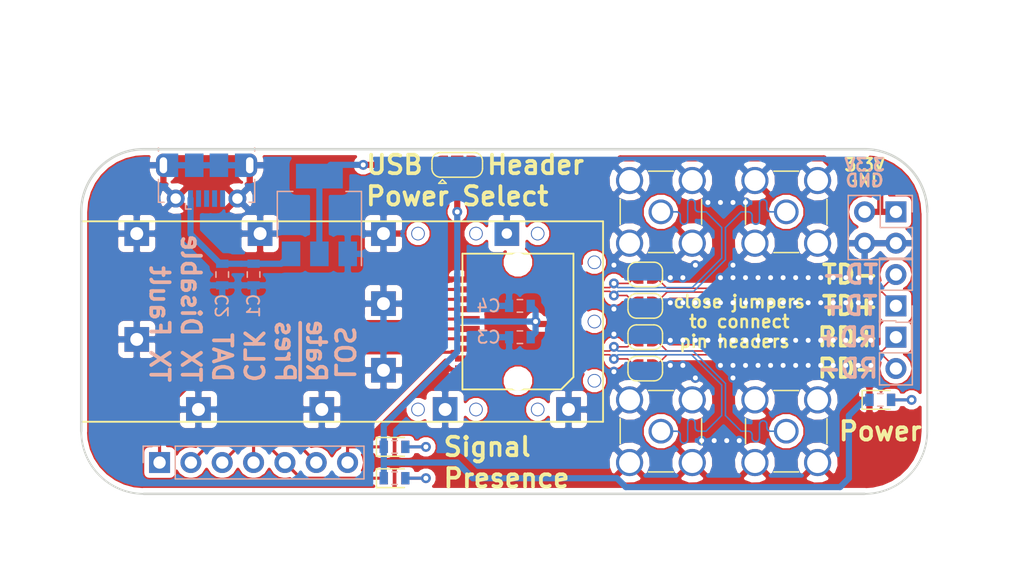
<source format=kicad_pcb>
(kicad_pcb (version 20171130) (host pcbnew "(5.0.0-rc2-dev-231-ge0e0687cd)")
  (layers (0 F.Cu signal) (31 B.Cu signal) (34 B.Paste user) (35 F.Paste user) (36 B.SilkS user) (37 F.SilkS user) (38 B.Mask user) (39 F.Mask user) (44 Edge.Cuts user))
  (net 0 "")
  (net 1 GND)
  (net 2 /RD-)
  (net 3 /RD+)
  (net 4 /TD+)
  (net 5 /TD-)
  (net 6 +3V3)
  (net 7 /TxFault)
  (net 8 /TxDisable)
  (net 9 /ID_Data)
  (net 10 /ID_Clock)
  (net 11 /~Presence)
  (net 12 /RateSelect)
  (net 13 /LOS)
  (net 14 /RD_DP-)
  (net 15 /RD_DP+)
  (net 16 /TD_DP+)
  (net 17 /TD_DP-)
  (net 18 "Net-(J10-Pad2)")
  (net 19 "Net-(J10-Pad4)")
  (net 20 "Net-(J10-Pad3)")
  (net 21 +5V)
  (net 22 /3.3USB)
  (net 23 /3.3Header)
  (net 24 "Net-(D1-Pad2)")
  (net 25 "Net-(D2-Pad2)")
  (net 26 "Net-(D3-Pad2)")
  (module LED_SMD:LED_0603_1608Metric (layer F.Cu) (at 153.67 95.25)
    (fp_text reference D3 hide)
    (fp_text value Power)
    (pad 2 smd rect (at 0.875 0) (size 0.67 1) (layers F.Cu F.Paste F.Mask) (net 26 "Net-(D3-Pad2)"))
    (pad 1 smd rect (at -0.875 0) (size 0.67 1) (layers F.Cu F.Paste F.Mask) (net 1 GND))
  )
  (module Resistor_SMD:R_0603_1608Metric (layer B.Cu) (at 153.67 95.25)
    (fp_text reference R3 hide)
    (fp_text value 1k)
    (pad 2 smd rect (at 0.875 0) (size 0.67 1) (layers B.Cu B.Paste B.Mask) (net 26 "Net-(D3-Pad2)"))
    (pad 1 smd rect (at -0.875 0) (size 0.67 1) (layers B.Cu B.Paste B.Mask) (net 6 +3V3))
  )
  (module LED_SMD:LED_0603_1608Metric (layer F.Cu) (at 114.3 99.06)
    (fp_text reference D2 hide)
    (fp_text value Signal)
    (pad 2 smd rect (at 0.875 0) (size 0.67 1) (layers F.Cu F.Paste F.Mask) (net 25 "Net-(D2-Pad2)"))
    (pad 1 smd rect (at -0.875 0) (size 0.67 1) (layers F.Cu F.Paste F.Mask) (net 13 /LOS))
  )
  (module LED_SMD:LED_0603_1608Metric (layer F.Cu) (at 114.3 101.6)
    (fp_text reference D1 hide)
    (fp_text value Presence)
    (pad 2 smd rect (at 0.875 0) (size 0.67 1) (layers F.Cu F.Paste F.Mask) (net 24 "Net-(D1-Pad2)"))
    (pad 1 smd rect (at -0.875 0) (size 0.67 1) (layers F.Cu F.Paste F.Mask) (net 11 /~Presence))
  )
  (module Resistor_SMD:R_0603_1608Metric (layer B.Cu) (at 114.3 99.06)
    (fp_text reference R2 hide)
    (fp_text value 1k)
    (pad 2 smd rect (at 0.875 0) (size 0.67 1) (layers B.Cu B.Paste B.Mask) (net 25 "Net-(D2-Pad2)"))
    (pad 1 smd rect (at -0.875 0) (size 0.67 1) (layers B.Cu B.Paste B.Mask) (net 6 +3V3))
  )
  (module Resistor_SMD:R_0603_1608Metric (layer B.Cu) (at 114.3 101.6)
    (fp_text reference R1 hide)
    (fp_text value 1k)
    (pad 2 smd rect (at 0.875 0) (size 0.67 1) (layers B.Cu B.Paste B.Mask) (net 24 "Net-(D1-Pad2)"))
    (pad 1 smd rect (at -0.875 0) (size 0.67 1) (layers B.Cu B.Paste B.Mask) (net 6 +3V3))
  )
  (module Package_TO_SOT_SMD:SOT-223-3_TabPin2 (layer B.Cu) (at 108.204 80.264 90)
    (fp_text reference U1 hide)
    (fp_text value AZ1117-3.3)
    (pad 1 smd rect (at -3.15 2.3 90) (size 2 1.5) (layers B.Cu B.Paste B.Mask) (net 1 GND))
    (pad 3 smd rect (at -3.15 -2.3 90) (size 2 1.5) (layers B.Cu B.Paste B.Mask) (net 21 +5V))
    (pad 2 smd rect (at -3.15 0 90) (size 2 1.5) (layers B.Cu B.Paste B.Mask) (net 22 /3.3USB))
    (pad 2 smd rect (at 3.15 0 90) (size 2 3.8) (layers B.Cu B.Paste B.Mask) (net 22 /3.3USB))
  )
  (module Jumper:SolderJumper-3_P1.3mm_Open_RoundedPad1.0x1.5mm (layer F.Cu) (at 119.38 76.2)
    (fp_text reference JP5 hide)
    (fp_text value +3.3V)
    (pad 3 smd rect (at 1 0) (size 0.5 1.5) (layers F.Cu F.Mask) (net 23 /3.3Header))
    (pad 3 smd roundrect (at 1.3 0) (size 1 1.5) (layers F.Cu F.Mask) (roundrect_rratio 0.5) (net 23 /3.3Header))
    (pad 2 smd rect (at 0 0) (size 1 1.5) (layers F.Cu F.Mask) (net 6 +3V3))
    (pad 1 smd rect (at -1 0) (size 0.5 1.5) (layers F.Cu F.Mask) (net 22 /3.3USB))
    (pad 1 smd roundrect (at -1.3 0) (size 1 1.5) (layers F.Cu F.Mask) (roundrect_rratio 0.5) (net 22 /3.3USB))
  )
  (module Capacitor_SMD:C_0603_1608Metric (layer B.Cu) (at 124.46 90.17 180)
    (fp_text reference C3 (at 2.54 0 180) (layer B.SilkS) (effects (justify mirror)))
    (fp_text value 1u)
    (pad 2 smd rect (at 0.875 0 180) (size 0.67 1) (layers B.Cu B.Paste B.Mask) (net 1 GND))
    (pad 1 smd rect (at -0.875 0 180) (size 0.67 1) (layers B.Cu B.Paste B.Mask) (net 6 +3V3))
  )
  (module Capacitor_SMD:C_0603_1608Metric (layer B.Cu) (at 124.46 87.63 180)
    (fp_text reference C4 (at 2.54 0 180) (layer B.SilkS) (effects (justify mirror)))
    (fp_text value 100n)
    (pad 2 smd rect (at 0.875 0 180) (size 0.67 1) (layers B.Cu B.Paste B.Mask) (net 1 GND))
    (pad 1 smd rect (at -0.875 0 180) (size 0.67 1) (layers B.Cu B.Paste B.Mask) (net 6 +3V3))
  )
  (module Connector_USB:USB_Micro-B_Molex-105017-0001 (layer B.Cu) (at 99.06 77.47)
    (fp_text reference J10 hide)
    (fp_text value USB_B_Micro)
    (pad 6 smd rect (at -2.9 -1.2375) (size 1.2 1.9) (layers B.Cu B.Mask) (net 1 GND))
    (pad 6 smd rect (at 2.9 -1.2375) (size 1.2 1.9) (layers B.Cu B.Mask) (net 1 GND))
    (pad 6 thru_hole oval (at 3.5 -1.2375) (size 1.2 1.9) (drill oval 0.6 1.3) (layers *.Cu *.Mask) (net 1 GND))
    (pad 6 thru_hole oval (at -3.5 -1.2375 180) (size 1.2 1.9) (drill oval 0.6 1.3) (layers *.Cu *.Mask) (net 1 GND))
    (pad 6 smd rect (at -1 -1.2375) (size 1.5 1.9) (layers B.Cu B.Paste B.Mask) (net 1 GND))
    (pad 6 thru_hole circle (at 2.5 1.4625) (size 1.45 1.45) (drill 0.85) (layers *.Cu *.Mask) (net 1 GND))
    (pad 3 smd rect (at 0 1.4625) (size 0.4 1.35) (layers B.Cu B.Paste B.Mask) (net 20 "Net-(J10-Pad3)"))
    (pad 4 smd rect (at 0.65 1.4625) (size 0.4 1.35) (layers B.Cu B.Paste B.Mask) (net 19 "Net-(J10-Pad4)"))
    (pad 5 smd rect (at 1.3 1.4625) (size 0.4 1.35) (layers B.Cu B.Paste B.Mask) (net 1 GND))
    (pad 1 smd rect (at -1.3 1.4625) (size 0.4 1.35) (layers B.Cu B.Paste B.Mask) (net 21 +5V))
    (pad 2 smd rect (at -0.65 1.4625) (size 0.4 1.35) (layers B.Cu B.Paste B.Mask) (net 18 "Net-(J10-Pad2)"))
    (pad 6 thru_hole circle (at -2.5 1.4625) (size 1.45 1.45) (drill 0.85) (layers *.Cu *.Mask) (net 1 GND))
    (pad 6 smd rect (at 1 -1.2375) (size 1.5 1.9) (layers B.Cu B.Paste B.Mask) (net 1 GND))
  )
  (module Capacitor_SMD:C_0603_1608Metric (layer B.Cu) (at 100.33 85.09 270)
    (fp_text reference C2 (at 2.54 0 270) (layer B.SilkS) (effects (justify mirror)))
    (fp_text value 100n)
    (pad 2 smd rect (at 0.875 0 270) (size 0.67 1) (layers B.Cu B.Paste B.Mask) (net 1 GND))
    (pad 1 smd rect (at -0.875 0 270) (size 0.67 1) (layers B.Cu B.Paste B.Mask) (net 21 +5V))
  )
  (module Capacitor_SMD:C_0603_1608Metric (layer B.Cu) (at 102.87 85.09 270)
    (fp_text reference C1 (at 2.54 0 270) (layer B.SilkS) (effects (justify mirror)))
    (fp_text value 1u)
    (pad 2 smd rect (at 0.875 0 270) (size 0.67 1) (layers B.Cu B.Paste B.Mask) (net 1 GND))
    (pad 1 smd rect (at -0.875 0 270) (size 0.67 1) (layers B.Cu B.Paste B.Mask) (net 21 +5V))
  )
  (module Connector_Coaxial:SMA_Jack_Vertical (layer F.Cu) (at 135.89 80.01)
    (fp_text reference J6 hide)
    (fp_text value Conn_Coaxial)
    (pad 1 thru_hole circle (at 0 0) (size 2 2) (drill 1.5) (layers *.Cu *.Mask) (net 5 /TD-))
    (pad 2 thru_hole circle (at 2.54 2.54) (size 2.2 2.2) (drill 1.7) (layers *.Cu *.Mask) (net 1 GND))
    (pad 2 thru_hole circle (at 2.54 -2.54) (size 2.2 2.2) (drill 1.7) (layers *.Cu *.Mask) (net 1 GND))
    (pad 2 thru_hole circle (at -2.54 -2.54) (size 2.2 2.2) (drill 1.7) (layers *.Cu *.Mask) (net 1 GND))
    (pad 2 thru_hole circle (at -2.54 2.54) (size 2.2 2.2) (drill 1.7) (layers *.Cu *.Mask) (net 1 GND))
  )
  (module Connector_Coaxial:SMA_Jack_Vertical (layer F.Cu) (at 146.05 80.01)
    (fp_text reference J5 hide)
    (fp_text value Conn_Coaxial)
    (pad 1 thru_hole circle (at 0 0) (size 2 2) (drill 1.5) (layers *.Cu *.Mask) (net 4 /TD+))
    (pad 2 thru_hole circle (at 2.54 2.54) (size 2.2 2.2) (drill 1.7) (layers *.Cu *.Mask) (net 1 GND))
    (pad 2 thru_hole circle (at 2.54 -2.54) (size 2.2 2.2) (drill 1.7) (layers *.Cu *.Mask) (net 1 GND))
    (pad 2 thru_hole circle (at -2.54 -2.54) (size 2.2 2.2) (drill 1.7) (layers *.Cu *.Mask) (net 1 GND))
    (pad 2 thru_hole circle (at -2.54 2.54) (size 2.2 2.2) (drill 1.7) (layers *.Cu *.Mask) (net 1 GND))
  )
  (module Connector_Coaxial:SMA_Jack_Vertical (layer F.Cu) (at 146.05 97.79)
    (fp_text reference J3 hide)
    (fp_text value Conn_Coaxial)
    (pad 1 thru_hole circle (at 0 0) (size 2 2) (drill 1.5) (layers *.Cu *.Mask) (net 3 /RD+))
    (pad 2 thru_hole circle (at 2.54 2.54) (size 2.2 2.2) (drill 1.7) (layers *.Cu *.Mask) (net 1 GND))
    (pad 2 thru_hole circle (at 2.54 -2.54) (size 2.2 2.2) (drill 1.7) (layers *.Cu *.Mask) (net 1 GND))
    (pad 2 thru_hole circle (at -2.54 -2.54) (size 2.2 2.2) (drill 1.7) (layers *.Cu *.Mask) (net 1 GND))
    (pad 2 thru_hole circle (at -2.54 2.54) (size 2.2 2.2) (drill 1.7) (layers *.Cu *.Mask) (net 1 GND))
  )
  (module Connector_Coaxial:SMA_Jack_Vertical (layer F.Cu) (at 135.89 97.79)
    (fp_text reference J2 hide)
    (fp_text value Conn_Coaxial)
    (pad 1 thru_hole circle (at 0 0) (size 2 2) (drill 1.5) (layers *.Cu *.Mask) (net 2 /RD-))
    (pad 2 thru_hole circle (at 2.54 2.54) (size 2.2 2.2) (drill 1.7) (layers *.Cu *.Mask) (net 1 GND))
    (pad 2 thru_hole circle (at 2.54 -2.54) (size 2.2 2.2) (drill 1.7) (layers *.Cu *.Mask) (net 1 GND))
    (pad 2 thru_hole circle (at -2.54 -2.54) (size 2.2 2.2) (drill 1.7) (layers *.Cu *.Mask) (net 1 GND))
    (pad 2 thru_hole circle (at -2.54 2.54) (size 2.2 2.2) (drill 1.7) (layers *.Cu *.Mask) (net 1 GND))
  )
  (module Connector_PinHeader_2.54mm:PinHeader_1x07_P2.54mm_Vertical (layer B.Cu) (at 95.25 100.33 270)
    (fp_text reference J9 hide)
    (fp_text value Conn_01x07 hide)
    (pad 7 thru_hole oval (at 0 -15.24 270) (size 1.7 1.7) (drill 1) (layers *.Cu *.Mask) (net 13 /LOS))
    (pad 6 thru_hole oval (at 0 -12.7 270) (size 1.7 1.7) (drill 1) (layers *.Cu *.Mask) (net 12 /RateSelect))
    (pad 5 thru_hole oval (at 0 -10.16 270) (size 1.7 1.7) (drill 1) (layers *.Cu *.Mask) (net 11 /~Presence))
    (pad 4 thru_hole oval (at 0 -7.62 270) (size 1.7 1.7) (drill 1) (layers *.Cu *.Mask) (net 10 /ID_Clock))
    (pad 3 thru_hole oval (at 0 -5.08 270) (size 1.7 1.7) (drill 1) (layers *.Cu *.Mask) (net 9 /ID_Data))
    (pad 2 thru_hole oval (at 0 -2.54 270) (size 1.7 1.7) (drill 1) (layers *.Cu *.Mask) (net 8 /TxDisable))
    (pad 1 thru_hole rect (at 0 0 270) (size 1.7 1.7) (drill 1) (layers *.Cu *.Mask) (net 7 /TxFault))
  )
  (module Jumper:SolderJumper-2_P1.3mm_Open_RoundedPad1.0x1.5mm (layer F.Cu) (at 134.62 85.09 180)
    (fp_text reference JP4 hide)
    (fp_text value TD-)
    (pad 2 smd rect (at 0.4 0 180) (size 0.5 1.5) (layers F.Cu F.Mask) (net 5 /TD-))
    (pad 1 smd rect (at -0.4 0 180) (size 0.5 1.5) (layers F.Cu F.Mask) (net 17 /TD_DP-))
    (pad 1 smd roundrect (at -0.65 0 180) (size 1 1.5) (layers F.Cu F.Mask) (roundrect_rratio 0.5) (net 17 /TD_DP-))
    (pad 2 smd roundrect (at 0.65 0 180) (size 1 1.5) (layers F.Cu F.Mask) (roundrect_rratio 0.5) (net 5 /TD-))
  )
  (module Jumper:SolderJumper-2_P1.3mm_Open_RoundedPad1.0x1.5mm (layer F.Cu) (at 134.62 87.63 180)
    (fp_text reference JP3 hide)
    (fp_text value TD+)
    (pad 2 smd rect (at 0.4 0 180) (size 0.5 1.5) (layers F.Cu F.Mask) (net 4 /TD+))
    (pad 1 smd rect (at -0.4 0 180) (size 0.5 1.5) (layers F.Cu F.Mask) (net 16 /TD_DP+))
    (pad 1 smd roundrect (at -0.65 0 180) (size 1 1.5) (layers F.Cu F.Mask) (roundrect_rratio 0.5) (net 16 /TD_DP+))
    (pad 2 smd roundrect (at 0.65 0 180) (size 1 1.5) (layers F.Cu F.Mask) (roundrect_rratio 0.5) (net 4 /TD+))
  )
  (module Jumper:SolderJumper-2_P1.3mm_Open_RoundedPad1.0x1.5mm (layer F.Cu) (at 134.62 90.17 180)
    (fp_text reference JP2 hide)
    (fp_text value RD+)
    (pad 2 smd rect (at 0.4 0 180) (size 0.5 1.5) (layers F.Cu F.Mask) (net 3 /RD+))
    (pad 1 smd rect (at -0.4 0 180) (size 0.5 1.5) (layers F.Cu F.Mask) (net 15 /RD_DP+))
    (pad 1 smd roundrect (at -0.65 0 180) (size 1 1.5) (layers F.Cu F.Mask) (roundrect_rratio 0.5) (net 15 /RD_DP+))
    (pad 2 smd roundrect (at 0.65 0 180) (size 1 1.5) (layers F.Cu F.Mask) (roundrect_rratio 0.5) (net 3 /RD+))
  )
  (module Jumper:SolderJumper-2_P1.3mm_Open_RoundedPad1.0x1.5mm (layer F.Cu) (at 134.62 92.71 180)
    (fp_text reference JP1 hide)
    (fp_text value RD-)
    (pad 2 smd rect (at 0.4 0 180) (size 0.5 1.5) (layers F.Cu F.Mask) (net 2 /RD-))
    (pad 1 smd rect (at -0.4 0 180) (size 0.5 1.5) (layers F.Cu F.Mask) (net 14 /RD_DP-))
    (pad 1 smd roundrect (at -0.65 0 180) (size 1 1.5) (layers F.Cu F.Mask) (roundrect_rratio 0.5) (net 14 /RD_DP-))
    (pad 2 smd roundrect (at 0.65 0 180) (size 1 1.5) (layers F.Cu F.Mask) (roundrect_rratio 0.5) (net 2 /RD-))
  )
  (module Connector_PinHeader_2.54mm:PinHeader_2x02_P2.54mm_Vertical (layer B.Cu) (at 154.94 80.01 180)
    (fp_text reference J8 hide)
    (fp_text value Conn_02x02_Counter_Clockwise hide)
    (pad 4 thru_hole oval (at 2.54 -2.54 180) (size 1.7 1.7) (drill 1) (layers *.Cu *.Mask) (net 1 GND))
    (pad 3 thru_hole oval (at 0 -2.54 180) (size 1.7 1.7) (drill 1) (layers *.Cu *.Mask) (net 1 GND))
    (pad 2 thru_hole oval (at 2.54 0 180) (size 1.7 1.7) (drill 1) (layers *.Cu *.Mask) (net 23 /3.3Header))
    (pad 1 thru_hole rect (at 0 0 180) (size 1.7 1.7) (drill 1) (layers *.Cu *.Mask) (net 23 /3.3Header))
  )
  (module "Connector:Amphenol SFP" (layer F.Cu) (at 88.9 88.9)
    (fp_text reference J1 hide)
    (fp_text value SFP)
    (pad SHIELD thru_hole rect (at 4.5 1.45) (size 2 2) (drill 1.05) (layers *.Cu *.Mask) (net 1 GND))
    (pad SHIELD thru_hole rect (at 9.5 7.13) (size 2 2) (drill 1.05) (layers *.Cu *.Mask) (net 1 GND))
    (pad SHIELD thru_hole rect (at 19.5 7.13) (size 2 2) (drill 1.05) (layers *.Cu *.Mask) (net 1 GND))
    (pad SHIELD thru_hole rect (at 4.5 -7.13) (size 2 2) (drill 1.05) (layers *.Cu *.Mask) (net 1 GND))
    (pad SHIELD thru_hole rect (at 14.5 -7.13) (size 2 2) (drill 1.05) (layers *.Cu *.Mask) (net 1 GND))
    (pad SHIELD thru_hole rect (at 24.5 3.95) (size 2 2) (drill 1.05) (layers *.Cu *.Mask) (net 1 GND))
    (pad SHIELD thru_hole rect (at 24.5 -1.45) (size 2 2) (drill 1.05) (layers *.Cu *.Mask) (net 1 GND))
    (pad SHIELD thru_hole rect (at 24.5 -7.13) (size 2 2) (drill 1.05) (layers *.Cu *.Mask) (net 1 GND))
    (pad "" np_thru_hole circle (at 27.3 7.13) (size 1.1 1.1) (drill 0.95) (layers *.Cu *.Mask))
    (pad "" np_thru_hole circle (at 32 7.13) (size 1.1 1.1) (drill 0.95) (layers *.Cu *.Mask))
    (pad SHIELD thru_hole rect (at 29.5 7.13) (size 2 2) (drill 1.05) (layers *.Cu *.Mask) (net 1 GND))
    (pad SHIELD thru_hole rect (at 39.5 7.13) (size 2 2) (drill 1.05) (layers *.Cu *.Mask) (net 1 GND))
    (pad "" np_thru_hole circle (at 37 7.13) (size 1.1 1.1) (drill 0.95) (layers *.Cu *.Mask))
    (pad "" np_thru_hole circle (at 41.6 4.8) (size 1.1 1.1) (drill 0.95) (layers *.Cu *.Mask))
    (pad "" np_thru_hole circle (at 41.6 0) (size 1.1 1.1) (drill 0.95) (layers *.Cu *.Mask))
    (pad "" np_thru_hole circle (at 41.6 -4.8) (size 1.1 1.1) (drill 0.95) (layers *.Cu *.Mask))
    (pad "" np_thru_hole circle (at 27.3 -7.13) (size 1.1 1.1) (drill 0.95) (layers *.Cu *.Mask))
    (pad "" np_thru_hole circle (at 37 -7.13) (size 1.1 1.1) (drill 0.95) (layers *.Cu *.Mask))
    (pad "" np_thru_hole circle (at 32 -7.13) (size 1.1 1.1) (drill 0.95) (layers *.Cu *.Mask))
    (pad 10 smd rect (at 31.3 3.8) (size 2 0.5) (layers F.Cu F.Paste F.Mask) (net 1 GND))
    (pad 9 smd rect (at 31.3 3) (size 2 0.5) (layers F.Cu F.Paste F.Mask) (net 1 GND))
    (pad 8 smd rect (at 31.3 2.2) (size 2 0.5) (layers F.Cu F.Paste F.Mask) (net 13 /LOS))
    (pad 7 smd rect (at 31.3 1.4) (size 2 0.5) (layers F.Cu F.Paste F.Mask) (net 12 /RateSelect))
    (pad 6 smd rect (at 31.3 0.6) (size 2 0.5) (layers F.Cu F.Paste F.Mask) (net 11 /~Presence))
    (pad 5 smd rect (at 31.3 -0.2) (size 2 0.5) (layers F.Cu F.Paste F.Mask) (net 10 /ID_Clock))
    (pad 4 smd rect (at 31.3 -1) (size 2 0.5) (layers F.Cu F.Paste F.Mask) (net 9 /ID_Data))
    (pad 3 smd rect (at 31.3 -1.8) (size 2 0.5) (layers F.Cu F.Paste F.Mask) (net 8 /TxDisable))
    (pad 2 smd rect (at 31.3 -2.6) (size 2 0.5) (layers F.Cu F.Paste F.Mask) (net 7 /TxFault))
    (pad 20 smd rect (at 39.5 -3.8) (size 2 0.5) (layers F.Cu F.Paste F.Mask) (net 1 GND))
    (pad 19 smd rect (at 39.5 -3) (size 2 0.5) (layers F.Cu F.Paste F.Mask) (net 5 /TD-))
    (pad 18 smd rect (at 39.5 -2.2) (size 2 0.5) (layers F.Cu F.Paste F.Mask) (net 4 /TD+))
    (pad 17 smd rect (at 39.5 -1.4) (size 2 0.5) (layers F.Cu F.Paste F.Mask) (net 1 GND))
    (pad 16 smd rect (at 39.5 -0.6) (size 2 0.5) (layers F.Cu F.Paste F.Mask) (net 6 +3V3))
    (pad 15 smd rect (at 39.5 0.2) (size 2 0.5) (layers F.Cu F.Paste F.Mask) (net 6 +3V3))
    (pad 14 smd rect (at 39.5 1) (size 2 0.5) (layers F.Cu F.Paste F.Mask) (net 1 GND))
    (pad 13 smd rect (at 39.5 1.8) (size 2 0.5) (layers F.Cu F.Paste F.Mask) (net 3 /RD+))
    (pad 12 smd rect (at 39.5 2.6) (size 2 0.5) (layers F.Cu F.Paste F.Mask) (net 2 /RD-))
    (pad SHIELD thru_hole rect (at 34.5 -7.13) (size 2 2) (drill 0.85) (layers *.Cu *.Mask) (net 1 GND))
    (pad 11 smd rect (at 39.5 3.4) (size 2 0.5) (layers F.Cu F.Paste F.Mask) (net 1 GND))
    (pad "" np_thru_hole circle (at 35.4 -4.8) (size 1.55 1.55) (drill 1.55) (layers *.Cu *.Mask))
    (pad "" np_thru_hole circle (at 35.4 4.8) (size 1.55 1.55) (drill 1.55) (layers *.Cu *.Mask))
    (pad 1 smd rect (at 31.3 -3.4) (size 2 0.5) (layers F.Cu F.Paste F.Mask) (net 1 GND))
  )
  (module Connector_PinHeader_2.54mm:PinHeader_2x01_P2.54mm_Vertical (layer B.Cu) (at 154.94 90.17 270)
    (fp_text reference J4 hide)
    (fp_text value Conn_01x02 hide)
    (pad 2 thru_hole oval (at 2.54 0 270) (size 1.7 1.7) (drill 1) (layers *.Cu *.Mask) (net 14 /RD_DP-))
    (pad 1 thru_hole rect (at 0 0 270) (size 1.7 1.7) (drill 1) (layers *.Cu *.Mask) (net 15 /RD_DP+))
  )
  (module Connector_PinHeader_2.54mm:PinHeader_2x01_P2.54mm_Vertical (layer B.Cu) (at 154.94 87.63 90)
    (fp_text reference J7 hide)
    (fp_text value Conn_01x02 hide)
    (pad 2 thru_hole oval (at 2.54 0 90) (size 1.7 1.7) (drill 1) (layers *.Cu *.Mask) (net 17 /TD_DP-))
    (pad 1 thru_hole rect (at 0 0 90) (size 1.7 1.7) (drill 1) (layers *.Cu *.Mask) (net 16 /TD_DP+))
  )
  (gr_text Power (at 153.67 97.79) (layer F.SilkS) (effects (font (size 1.5 1.5) (thickness 0.3))))
  (gr_text Signal (at 118.11 99.06) (layer F.SilkS) (effects (font (size 1.5 1.5) (thickness 0.3)) (justify left)))
  (gr_text Presence (at 118.11 101.6) (layer F.SilkS) (effects (font (size 1.5 1.5) (thickness 0.3)) (justify left)))
  (gr_text Header (at 125.73 76.2) (layer F.SilkS) (effects (font (size 1.5 1.5) (thickness 0.3))))
  (gr_text USB (at 114.3 76.2) (layer F.SilkS) (effects (font (size 1.5 1.5) (thickness 0.3))))
  (gr_text "Power Select" (at 119.38 78.74) (layer F.SilkS) (effects (font (size 1.5 1.5) (thickness 0.3))))
  (gr_text "close jumpers\nto connect\npin headers " (at 142.24 88.9) (layer F.SilkS) (effects (font (size 1 1) (thickness 0.2))))
  (gr_text GND (at 152.4 77.47) (layer B.SilkS) (effects (font (size 1 1) (thickness 0.2)) (justify mirror)))
  (gr_text 3.3V (at 152.4 76.2) (layer B.SilkS) (effects (font (size 1 1) (thickness 0.2)) (justify mirror)))
  (gr_text TD- (at 153.67 85.09) (layer B.SilkS) (effects (font (size 1.5 1.5) (thickness 0.3)) (justify left mirror)))
  (gr_text RD+ (at 153.61 90.17) (layer B.SilkS) (effects (font (size 1.5 1.5) (thickness 0.3)) (justify left mirror)))
  (gr_text RD- (at 153.67 92.71) (layer B.SilkS) (effects (font (size 1.5 1.5) (thickness 0.3)) (justify left mirror)))
  (gr_text TD+ (at 153.61 87.63) (layer B.SilkS) (effects (font (size 1.5 1.5) (thickness 0.3)) (justify left mirror)))
  (gr_text TD+ (at 153.67 87.63) (layer F.SilkS) (effects (font (size 1.5 1.5) (thickness 0.3)) (justify right)))
  (gr_text TD- (at 153.67 85.09) (layer F.SilkS) (effects (font (size 1.5 1.5) (thickness 0.3)) (justify right)))
  (gr_text RD+ (at 153.67 90.17) (layer F.SilkS) (effects (font (size 1.5 1.5) (thickness 0.3)) (justify right)))
  (gr_text RD- (at 153.67 92.71) (layer F.SilkS) (effects (font (size 1.5 1.5) (thickness 0.3)) (justify right)))
  (gr_text 3.3V (at 152.4 76.2) (layer F.SilkS) (effects (font (size 1 1) (thickness 0.2))))
  (gr_text GND (at 152.4 77.47) (layer F.SilkS) (effects (font (size 1 1) (thickness 0.2))))
  (gr_text CLK (at 102.87 93.98 270) (layer B.SilkS) (effects (font (size 1.5 1.5) (thickness 0.3)) (justify left mirror)))
  (gr_text "TX Fault" (at 95.25 93.979999 270) (layer B.SilkS) (effects (font (size 1.5 1.5) (thickness 0.3)) (justify left mirror)))
  (gr_text ~Pres (at 105.41 93.979999 270) (layer B.SilkS) (effects (font (size 1.5 1.5) (thickness 0.3)) (justify left mirror)))
  (gr_text DAT (at 100.33 93.98 270) (layer B.SilkS) (effects (font (size 1.5 1.5) (thickness 0.3)) (justify left mirror)))
  (gr_text "TX Disable" (at 97.79 93.98 270) (layer B.SilkS) (effects (font (size 1.5 1.5) (thickness 0.3)) (justify left mirror)))
  (gr_text Rate (at 107.949999 93.98 270) (layer B.SilkS) (effects (font (size 1.5 1.5) (thickness 0.3)) (justify left mirror)))
  (gr_text LOS (at 110.236 93.726 270) (layer B.SilkS) (effects (font (size 1.5 1.5) (thickness 0.3)) (justify left mirror)))
  (gr_line (start 93.98 102.87) (end 152.4 102.87) (layer Edge.Cuts) (width 0.2))
  (gr_line (start 88.9 80.01) (end 88.9 97.79) (layer Edge.Cuts) (width 0.2))
  (gr_line (start 93.98 74.93) (end 152.4 74.93) (layer Edge.Cuts) (width 0.2))
  (gr_arc (start 93.98 80.01) (end 93.98 74.930001) (angle -90) (layer Edge.Cuts) (width 0.2))
  (gr_arc (start 93.98 97.79) (end 88.900001 97.79) (angle -90) (layer Edge.Cuts) (width 0.15))
  (gr_arc (start 152.4 97.79) (end 152.4 102.87) (angle -90) (layer Edge.Cuts) (width 0.15))
  (gr_line (start 157.48 80.01) (end 157.48 97.79) (layer Edge.Cuts) (width 0.15))
  (gr_arc (start 152.4 80.01) (end 157.48 80.01) (angle -90) (layer Edge.Cuts) (width 0.2))
  (via (at 132.08 84.328) (size 0.8) (drill 0.4) (layers F.Cu B.Cu) (net 1))
  (via (at 132.08 87.884) (size 0.8) (drill 0.4) (layers F.Cu B.Cu) (net 1))
  (via (at 132.08 92.964) (size 0.8) (drill 0.4) (layers F.Cu B.Cu) (net 1))
  (via (at 132.08 89.916) (size 0.8) (drill 0.4) (layers F.Cu B.Cu) (net 1))
  (via (at 152.908 85.344) (size 0.8) (drill 0.4) (layers F.Cu B.Cu) (net 1))
  (via (at 151.892 85.344) (size 0.8) (drill 0.4) (layers F.Cu B.Cu) (net 1))
  (via (at 152.908 87.376) (size 0.8) (drill 0.4) (layers F.Cu B.Cu) (net 1))
  (via (at 151.892 87.376) (size 0.8) (drill 0.4) (layers F.Cu B.Cu) (net 1))
  (via (at 141.732 84.328) (size 0.8) (drill 0.4) (layers F.Cu B.Cu) (net 1))
  (via (at 138.684 84.328) (size 0.8) (drill 0.4) (layers F.Cu B.Cu) (net 1))
  (via (at 137.668 85.344) (size 0.8) (drill 0.4) (layers F.Cu B.Cu) (net 1))
  (via (at 139.7 79.248) (size 0.8) (drill 0.4) (layers F.Cu B.Cu) (net 1))
  (via (at 140.716 79.248) (size 0.8) (drill 0.4) (layers F.Cu B.Cu) (net 1))
  (via (at 141.732 79.248) (size 0.8) (drill 0.4) (layers F.Cu B.Cu) (net 1))
  (via (at 142.748 79.248) (size 0.8) (drill 0.4) (layers F.Cu B.Cu) (net 1))
  (via (at 136.652 90.424) (size 0.8) (drill 0.4) (layers F.Cu B.Cu) (net 1))
  (via (at 137.668 90.424) (size 0.8) (drill 0.4) (layers F.Cu B.Cu) (net 1))
  (via (at 142.24 98.552) (size 0.8) (drill 0.4) (layers F.Cu B.Cu) (net 1))
  (via (at 141.224 98.552) (size 0.8) (drill 0.4) (layers F.Cu B.Cu) (net 1))
  (via (at 140.208 98.552) (size 0.8) (drill 0.4) (layers F.Cu B.Cu) (net 1))
  (via (at 139.192 98.552) (size 0.8) (drill 0.4) (layers F.Cu B.Cu) (net 1))
  (via (at 141.732 93.472) (size 0.8) (drill 0.4) (layers F.Cu B.Cu) (net 1))
  (via (at 136.652 92.456) (size 0.8) (drill 0.4) (layers F.Cu B.Cu) (net 1))
  (via (at 137.668 92.456) (size 0.8) (drill 0.4) (layers F.Cu B.Cu) (net 1))
  (via (at 138.684 93.472) (size 0.8) (drill 0.4) (layers F.Cu B.Cu) (net 1))
  (via (at 140.716 92.456) (size 0.8) (drill 0.4) (layers F.Cu B.Cu) (net 1))
  (via (at 141.732 92.456) (size 0.8) (drill 0.4) (layers F.Cu B.Cu) (net 1))
  (via (at 142.748 92.456) (size 0.8) (drill 0.4) (layers F.Cu B.Cu) (net 1))
  (via (at 143.764 92.456) (size 0.8) (drill 0.4) (layers F.Cu B.Cu) (net 1))
  (via (at 144.78 92.456) (size 0.8) (drill 0.4) (layers F.Cu B.Cu) (net 1))
  (via (at 145.796 92.456) (size 0.8) (drill 0.4) (layers F.Cu B.Cu) (net 1))
  (via (at 146.812 92.456) (size 0.8) (drill 0.4) (layers F.Cu B.Cu) (net 1))
  (via (at 147.828 92.456) (size 0.8) (drill 0.4) (layers F.Cu B.Cu) (net 1))
  (via (at 148.844 92.456) (size 0.8) (drill 0.4) (layers F.Cu B.Cu) (net 1))
  (via (at 149.86 92.456) (size 0.8) (drill 0.4) (layers F.Cu B.Cu) (net 1))
  (via (at 138.684 90.424) (size 0.8) (drill 0.4) (layers F.Cu B.Cu) (net 1))
  (via (at 139.7 90.424) (size 0.8) (drill 0.4) (layers F.Cu B.Cu) (net 1))
  (via (at 140.716 90.424) (size 0.8) (drill 0.4) (layers F.Cu B.Cu) (net 1))
  (via (at 141.732 90.424) (size 0.8) (drill 0.4) (layers F.Cu B.Cu) (net 1))
  (via (at 142.748 90.424) (size 0.8) (drill 0.4) (layers F.Cu B.Cu) (net 1))
  (via (at 143.764 90.424) (size 0.8) (drill 0.4) (layers F.Cu B.Cu) (net 1))
  (via (at 144.78 90.424) (size 0.8) (drill 0.4) (layers F.Cu B.Cu) (net 1))
  (via (at 145.796 90.424) (size 0.8) (drill 0.4) (layers F.Cu B.Cu) (net 1))
  (via (at 146.812 90.424) (size 0.8) (drill 0.4) (layers F.Cu B.Cu) (net 1))
  (via (at 147.828 90.424) (size 0.8) (drill 0.4) (layers F.Cu B.Cu) (net 1))
  (via (at 148.844 90.424) (size 0.8) (drill 0.4) (layers F.Cu B.Cu) (net 1))
  (via (at 149.86 90.424) (size 0.8) (drill 0.4) (layers F.Cu B.Cu) (net 1))
  (via (at 152.908 90.424) (size 0.8) (drill 0.4) (layers F.Cu B.Cu) (net 1))
  (via (at 151.892 90.424) (size 0.8) (drill 0.4) (layers F.Cu B.Cu) (net 1))
  (via (at 152.908 92.456) (size 0.8) (drill 0.4) (layers F.Cu B.Cu) (net 1))
  (via (at 151.892 92.456) (size 0.8) (drill 0.4) (layers F.Cu B.Cu) (net 1))
  (via (at 150.876 92.456) (size 0.8) (drill 0.4) (layers F.Cu B.Cu) (net 1))
  (via (at 150.876 90.423998) (size 0.8) (drill 0.4) (layers F.Cu B.Cu) (net 1))
  (via (at 140.716 85.344) (size 0.8) (drill 0.4) (layers F.Cu B.Cu) (net 1))
  (via (at 141.732 85.344) (size 0.8) (drill 0.4) (layers F.Cu B.Cu) (net 1))
  (via (at 142.748 85.344) (size 0.8) (drill 0.4) (layers F.Cu B.Cu) (net 1))
  (via (at 143.764 85.344) (size 0.8) (drill 0.4) (layers F.Cu B.Cu) (net 1))
  (via (at 144.78 85.344) (size 0.8) (drill 0.4) (layers F.Cu B.Cu) (net 1))
  (via (at 145.796 85.344) (size 0.8) (drill 0.4) (layers F.Cu B.Cu) (net 1))
  (via (at 146.812 85.344) (size 0.8) (drill 0.4) (layers F.Cu B.Cu) (net 1))
  (via (at 147.828 85.344) (size 0.8) (drill 0.4) (layers F.Cu B.Cu) (net 1))
  (via (at 148.844 85.344) (size 0.8) (drill 0.4) (layers F.Cu B.Cu) (net 1))
  (via (at 149.86 85.344) (size 0.8) (drill 0.4) (layers F.Cu B.Cu) (net 1))
  (via (at 150.876 85.344) (size 0.8) (drill 0.4) (layers F.Cu B.Cu) (net 1))
  (via (at 150.876 87.376) (size 0.8) (drill 0.4) (layers F.Cu B.Cu) (net 1))
  (via (at 149.86 87.376) (size 0.8) (drill 0.4) (layers F.Cu B.Cu) (net 1))
  (via (at 148.844 87.376) (size 0.8) (drill 0.4) (layers F.Cu B.Cu) (net 1))
  (via (at 147.828 87.376) (size 0.8) (drill 0.4) (layers F.Cu B.Cu) (net 1))
  (via (at 146.812 87.376) (size 0.8) (drill 0.4) (layers F.Cu B.Cu) (net 1))
  (via (at 145.796 87.376) (size 0.8) (drill 0.4) (layers F.Cu B.Cu) (net 1))
  (via (at 144.78 87.376) (size 0.8) (drill 0.4) (layers F.Cu B.Cu) (net 1))
  (via (at 143.764 87.376) (size 0.8) (drill 0.4) (layers F.Cu B.Cu) (net 1))
  (via (at 142.748 87.376) (size 0.8) (drill 0.4) (layers F.Cu B.Cu) (net 1))
  (via (at 141.732 87.376) (size 0.8) (drill 0.4) (layers F.Cu B.Cu) (net 1))
  (via (at 140.716 87.376) (size 0.8) (drill 0.4) (layers F.Cu B.Cu) (net 1))
  (via (at 139.7 87.376) (size 0.8) (drill 0.4) (layers F.Cu B.Cu) (net 1))
  (via (at 138.684 87.376) (size 0.8) (drill 0.4) (layers F.Cu B.Cu) (net 1))
  (via (at 137.668 87.376) (size 0.8) (drill 0.4) (layers F.Cu B.Cu) (net 1))
  (via (at 136.652 87.376) (size 0.8) (drill 0.4) (layers F.Cu B.Cu) (net 1))
  (via (at 136.652 85.344) (size 0.8) (drill 0.4) (layers F.Cu B.Cu) (net 1))
  (segment (start 120.2 91.9) (end 120.2 92.7) (width 0.25) (layer F.Cu) (net 1))
  (segment (start 132.08 91.93) (end 133.19 91.93) (width 0.125) (layer F.Cu) (net 2))
  (segment (start 133.19 91.93) (end 133.97 92.71) (width 0.125) (layer F.Cu) (net 2))
  (segment (start 138.547046 96.882301) (end 138.594549 96.929804) (width 0.125) (layer B.Cu) (net 2))
  (segment (start 132.4175 91.5925) (end 132.08 91.93) (width 0.125) (layer B.Cu) (net 2))
  (segment (start 138.426756 96.824372) (end 138.490165 96.84656) (width 0.125) (layer B.Cu) (net 2))
  (segment (start 138.36 96.81685) (end 138.426756 96.824372) (width 0.125) (layer B.Cu) (net 2))
  (segment (start 138.293243 96.824372) (end 138.36 96.81685) (width 0.125) (layer B.Cu) (net 2))
  (segment (start 138.067521 97.050094) (end 138.089709 96.986685) (width 0.125) (layer B.Cu) (net 2))
  (segment (start 138.667521 97.556757) (end 138.689709 97.620166) (width 0.125) (layer B.Cu) (net 2))
  (segment (start 138.229834 96.84656) (end 138.293243 96.824372) (width 0.125) (layer B.Cu) (net 2))
  (segment (start 138.63029 96.986685) (end 138.652478 97.050094) (width 0.125) (layer B.Cu) (net 2))
  (segment (start 138.06 97.11685) (end 138.067521 97.050094) (width 0.125) (layer B.Cu) (net 2))
  (segment (start 138.06 98.46315) (end 138.06 97.11685) (width 0.125) (layer B.Cu) (net 2))
  (segment (start 138.594549 96.929804) (end 138.63029 96.986685) (width 0.125) (layer B.Cu) (net 2))
  (segment (start 140.8175 94.043168) (end 138.366832 91.5925) (width 0.125) (layer B.Cu) (net 2))
  (segment (start 138.052478 98.529906) (end 138.06 98.46315) (width 0.125) (layer B.Cu) (net 2))
  (segment (start 137.52545 98.650196) (end 137.572953 98.697699) (width 0.125) (layer B.Cu) (net 2))
  (segment (start 138.490165 96.84656) (end 138.547046 96.882301) (width 0.125) (layer B.Cu) (net 2))
  (segment (start 138.689709 97.620166) (end 138.72545 97.677047) (width 0.125) (layer B.Cu) (net 2))
  (segment (start 137.994549 98.650196) (end 138.03029 98.593315) (width 0.125) (layer B.Cu) (net 2))
  (segment (start 137.947046 98.697699) (end 137.994549 98.650196) (width 0.125) (layer B.Cu) (net 2))
  (segment (start 137.826756 98.755628) (end 137.890165 98.73344) (width 0.125) (layer B.Cu) (net 2))
  (segment (start 137.290165 97.819709) (end 137.347046 97.85545) (width 0.125) (layer B.Cu) (net 2))
  (segment (start 137.46 98.46315) (end 137.467521 98.529906) (width 0.125) (layer B.Cu) (net 2))
  (segment (start 137.226756 97.797521) (end 137.290165 97.819709) (width 0.125) (layer B.Cu) (net 2))
  (segment (start 138.03029 98.593315) (end 138.052478 98.529906) (width 0.125) (layer B.Cu) (net 2))
  (segment (start 135.89 97.79) (end 137.16 97.79) (width 0.125) (layer B.Cu) (net 2))
  (segment (start 137.890165 98.73344) (end 137.947046 98.697699) (width 0.125) (layer B.Cu) (net 2))
  (segment (start 137.76 98.76315) (end 137.826756 98.755628) (width 0.125) (layer B.Cu) (net 2))
  (segment (start 138.172953 96.882301) (end 138.229834 96.84656) (width 0.125) (layer B.Cu) (net 2))
  (segment (start 138.12545 96.929804) (end 138.172953 96.882301) (width 0.125) (layer B.Cu) (net 2))
  (segment (start 137.46 98.09) (end 137.46 98.46315) (width 0.125) (layer B.Cu) (net 2))
  (segment (start 137.16 97.79) (end 137.226756 97.797521) (width 0.125) (layer B.Cu) (net 2))
  (segment (start 137.452478 98.023243) (end 137.46 98.09) (width 0.125) (layer B.Cu) (net 2))
  (segment (start 137.467521 98.529906) (end 137.489709 98.593315) (width 0.125) (layer B.Cu) (net 2))
  (segment (start 138.96 97.79) (end 139.5475 97.79) (width 0.125) (layer B.Cu) (net 2))
  (segment (start 137.43029 97.959834) (end 137.452478 98.023243) (width 0.125) (layer B.Cu) (net 2))
  (segment (start 137.347046 97.85545) (end 137.394549 97.902953) (width 0.125) (layer B.Cu) (net 2))
  (segment (start 137.629834 98.73344) (end 137.693243 98.755628) (width 0.125) (layer B.Cu) (net 2))
  (segment (start 138.089709 96.986685) (end 138.12545 96.929804) (width 0.125) (layer B.Cu) (net 2))
  (segment (start 137.394549 97.902953) (end 137.43029 97.959834) (width 0.125) (layer B.Cu) (net 2))
  (segment (start 137.489709 98.593315) (end 137.52545 98.650196) (width 0.125) (layer B.Cu) (net 2))
  (segment (start 138.893243 97.782479) (end 138.96 97.79) (width 0.125) (layer B.Cu) (net 2))
  (segment (start 137.572953 98.697699) (end 137.629834 98.73344) (width 0.125) (layer B.Cu) (net 2))
  (segment (start 137.693243 98.755628) (end 137.76 98.76315) (width 0.125) (layer B.Cu) (net 2))
  (segment (start 138.652478 97.050094) (end 138.66 97.11685) (width 0.125) (layer B.Cu) (net 2))
  (segment (start 138.66 97.11685) (end 138.66 97.49) (width 0.125) (layer B.Cu) (net 2))
  (segment (start 138.66 97.49) (end 138.667521 97.556757) (width 0.125) (layer B.Cu) (net 2))
  (segment (start 138.72545 97.677047) (end 138.772953 97.72455) (width 0.125) (layer B.Cu) (net 2))
  (segment (start 138.772953 97.72455) (end 138.829834 97.760291) (width 0.125) (layer B.Cu) (net 2))
  (segment (start 138.829834 97.760291) (end 138.893243 97.782479) (width 0.125) (layer B.Cu) (net 2))
  (segment (start 139.5475 97.79) (end 140.8175 96.52) (width 0.125) (layer B.Cu) (net 2))
  (segment (start 140.8175 96.52) (end 140.8175 94.043168) (width 0.125) (layer B.Cu) (net 2))
  (segment (start 138.366832 91.5925) (end 132.4175 91.5925) (width 0.125) (layer B.Cu) (net 2))
  (segment (start 131.7425 91.5925) (end 132.08 91.93) (width 0.125) (layer F.Cu) (net 2))
  (segment (start 130.660832 91.2525) (end 131.000832 91.5925) (width 0.125) (layer F.Cu) (net 2))
  (segment (start 131.000832 91.5925) (end 131.7425 91.5925) (width 0.125) (layer F.Cu) (net 2))
  (via (at 132.08 91.93) (size 0.8) (drill 0.4) (layers F.Cu B.Cu) (net 2))
  (segment (start 129.900001 91.5) (end 130.147501 91.2525) (width 0.125) (layer F.Cu) (net 2))
  (segment (start 128.4 91.5) (end 129.900001 91.5) (width 0.125) (layer F.Cu) (net 2))
  (segment (start 130.147501 91.2525) (end 130.660832 91.2525) (width 0.125) (layer F.Cu) (net 2))
  (segment (start 132.08 90.95) (end 133.19 90.95) (width 0.125) (layer F.Cu) (net 3))
  (segment (start 133.19 90.95) (end 133.97 90.17) (width 0.125) (layer F.Cu) (net 3))
  (segment (start 143.392953 98.571365) (end 143.34545 98.523862) (width 0.125) (layer B.Cu) (net 3))
  (segment (start 143.449834 98.607106) (end 143.392953 98.571365) (width 0.125) (layer B.Cu) (net 3))
  (segment (start 143.58 98.636815) (end 143.513243 98.629294) (width 0.125) (layer B.Cu) (net 3))
  (segment (start 144.45029 97.113019) (end 144.414549 97.056138) (width 0.125) (layer B.Cu) (net 3))
  (segment (start 143.710165 98.607106) (end 143.646756 98.629294) (width 0.125) (layer B.Cu) (net 3))
  (segment (start 143.767046 98.571365) (end 143.710165 98.607106) (width 0.125) (layer B.Cu) (net 3))
  (segment (start 143.814549 98.523862) (end 143.767046 98.571365) (width 0.125) (layer B.Cu) (net 3))
  (segment (start 143.85029 98.466981) (end 143.814549 98.523862) (width 0.125) (layer B.Cu) (net 3))
  (segment (start 143.513243 98.629294) (end 143.449834 98.607106) (width 0.125) (layer B.Cu) (net 3))
  (segment (start 144.54545 97.677046) (end 144.509709 97.620165) (width 0.125) (layer B.Cu) (net 3))
  (segment (start 144.592953 97.724549) (end 144.54545 97.677046) (width 0.125) (layer B.Cu) (net 3))
  (segment (start 143.88 97.243185) (end 143.88 98.336815) (width 0.125) (layer B.Cu) (net 3))
  (segment (start 143.887521 97.176428) (end 143.88 97.243185) (width 0.125) (layer B.Cu) (net 3))
  (segment (start 143.94545 97.056138) (end 143.909709 97.113019) (width 0.125) (layer B.Cu) (net 3))
  (segment (start 141.1225 93.916832) (end 138.493168 91.2875) (width 0.125) (layer B.Cu) (net 3))
  (segment (start 143.646756 98.629294) (end 143.58 98.636815) (width 0.125) (layer B.Cu) (net 3))
  (segment (start 143.909709 97.113019) (end 143.887521 97.176428) (width 0.125) (layer B.Cu) (net 3))
  (segment (start 143.88 98.336815) (end 143.872478 98.403572) (width 0.125) (layer B.Cu) (net 3))
  (segment (start 144.049834 96.972894) (end 143.992953 97.008635) (width 0.125) (layer B.Cu) (net 3))
  (segment (start 144.113243 96.950706) (end 144.049834 96.972894) (width 0.125) (layer B.Cu) (net 3))
  (segment (start 146.05 97.79) (end 144.78 97.79) (width 0.125) (layer B.Cu) (net 3))
  (segment (start 144.310165 96.972894) (end 144.246756 96.950706) (width 0.125) (layer B.Cu) (net 3))
  (segment (start 144.78 97.79) (end 144.713243 97.782478) (width 0.125) (layer B.Cu) (net 3))
  (segment (start 144.509709 97.620165) (end 144.487521 97.556756) (width 0.125) (layer B.Cu) (net 3))
  (segment (start 143.110165 97.81971) (end 143.046756 97.797522) (width 0.125) (layer B.Cu) (net 3))
  (segment (start 143.872478 98.403572) (end 143.85029 98.466981) (width 0.125) (layer B.Cu) (net 3))
  (segment (start 143.992953 97.008635) (end 143.94545 97.056138) (width 0.125) (layer B.Cu) (net 3))
  (segment (start 144.18 96.943185) (end 144.113243 96.950706) (width 0.125) (layer B.Cu) (net 3))
  (segment (start 143.287521 98.403572) (end 143.28 98.336815) (width 0.125) (layer B.Cu) (net 3))
  (segment (start 144.713243 97.782478) (end 144.649834 97.76029) (width 0.125) (layer B.Cu) (net 3))
  (segment (start 144.487521 97.556756) (end 144.48 97.49) (width 0.125) (layer B.Cu) (net 3))
  (segment (start 144.48 97.243185) (end 144.472478 97.176428) (width 0.125) (layer B.Cu) (net 3))
  (segment (start 144.414549 97.056138) (end 144.367046 97.008635) (width 0.125) (layer B.Cu) (net 3))
  (segment (start 144.367046 97.008635) (end 144.310165 96.972894) (width 0.125) (layer B.Cu) (net 3))
  (segment (start 144.48 97.49) (end 144.48 97.243185) (width 0.125) (layer B.Cu) (net 3))
  (segment (start 144.649834 97.76029) (end 144.592953 97.724549) (width 0.125) (layer B.Cu) (net 3))
  (segment (start 144.472478 97.176428) (end 144.45029 97.113019) (width 0.125) (layer B.Cu) (net 3))
  (segment (start 143.34545 98.523862) (end 143.309709 98.466981) (width 0.125) (layer B.Cu) (net 3))
  (segment (start 144.246756 96.950706) (end 144.18 96.943185) (width 0.125) (layer B.Cu) (net 3))
  (segment (start 143.309709 98.466981) (end 143.287521 98.403572) (width 0.125) (layer B.Cu) (net 3))
  (segment (start 143.28 98.336815) (end 143.28 98.09) (width 0.125) (layer B.Cu) (net 3))
  (segment (start 142.3925 97.79) (end 141.1225 96.52) (width 0.125) (layer B.Cu) (net 3))
  (segment (start 143.28 98.09) (end 143.272478 98.023244) (width 0.125) (layer B.Cu) (net 3))
  (segment (start 143.214549 97.902954) (end 143.167046 97.855451) (width 0.125) (layer B.Cu) (net 3))
  (segment (start 143.272478 98.023244) (end 143.25029 97.959835) (width 0.125) (layer B.Cu) (net 3))
  (segment (start 143.25029 97.959835) (end 143.214549 97.902954) (width 0.125) (layer B.Cu) (net 3))
  (segment (start 143.167046 97.855451) (end 143.110165 97.81971) (width 0.125) (layer B.Cu) (net 3))
  (segment (start 143.046756 97.797522) (end 142.98 97.79) (width 0.125) (layer B.Cu) (net 3))
  (segment (start 142.98 97.79) (end 142.3925 97.79) (width 0.125) (layer B.Cu) (net 3))
  (segment (start 141.1225 96.52) (end 141.1225 93.916832) (width 0.125) (layer B.Cu) (net 3))
  (segment (start 138.493168 91.2875) (end 132.4175 91.2875) (width 0.125) (layer B.Cu) (net 3))
  (segment (start 132.4175 91.2875) (end 132.08 90.95) (width 0.125) (layer B.Cu) (net 3))
  (segment (start 130.787168 90.9475) (end 131.127168 91.2875) (width 0.125) (layer F.Cu) (net 3))
  (segment (start 131.7425 91.2875) (end 132.08 90.95) (width 0.125) (layer F.Cu) (net 3))
  (via (at 132.08 90.95) (size 0.8) (drill 0.4) (layers F.Cu B.Cu) (net 3))
  (segment (start 131.127168 91.2875) (end 131.7425 91.2875) (width 0.125) (layer F.Cu) (net 3))
  (segment (start 129.900001 90.7) (end 130.147501 90.9475) (width 0.125) (layer F.Cu) (net 3))
  (segment (start 128.4 90.7) (end 129.900001 90.7) (width 0.125) (layer F.Cu) (net 3))
  (segment (start 130.147501 90.9475) (end 130.787168 90.9475) (width 0.125) (layer F.Cu) (net 3))
  (segment (start 144.649834 79.98029) (end 144.592953 79.944549) (width 0.125) (layer B.Cu) (net 4))
  (segment (start 144.246756 79.017521) (end 144.18 79.01) (width 0.125) (layer B.Cu) (net 4))
  (segment (start 143.28 80.71) (end 143.28 80.31) (width 0.125) (layer B.Cu) (net 4))
  (segment (start 144.48 79.31) (end 144.472478 79.243243) (width 0.125) (layer B.Cu) (net 4))
  (segment (start 144.414549 79.122953) (end 144.367046 79.07545) (width 0.125) (layer B.Cu) (net 4))
  (segment (start 144.713243 80.002478) (end 144.649834 79.98029) (width 0.125) (layer B.Cu) (net 4))
  (segment (start 144.487521 79.776756) (end 144.48 79.71) (width 0.125) (layer B.Cu) (net 4))
  (segment (start 143.88 79.31) (end 143.88 80.71) (width 0.125) (layer B.Cu) (net 4))
  (segment (start 141.1225 81.28) (end 141.1225 83.883168) (width 0.125) (layer B.Cu) (net 4))
  (segment (start 143.046756 80.017522) (end 142.98 80.01) (width 0.125) (layer B.Cu) (net 4))
  (segment (start 143.710165 80.980291) (end 143.646756 81.002479) (width 0.125) (layer B.Cu) (net 4))
  (segment (start 143.287521 80.776757) (end 143.28 80.71) (width 0.125) (layer B.Cu) (net 4))
  (via (at 132.08 86.79) (size 0.8) (drill 0.4) (layers F.Cu B.Cu) (net 4))
  (segment (start 143.992953 79.07545) (end 143.94545 79.122953) (width 0.125) (layer B.Cu) (net 4))
  (segment (start 143.34545 80.897047) (end 143.309709 80.840166) (width 0.125) (layer B.Cu) (net 4))
  (segment (start 143.28 80.31) (end 143.272478 80.243244) (width 0.125) (layer B.Cu) (net 4))
  (segment (start 143.110165 80.03971) (end 143.046756 80.017522) (width 0.125) (layer B.Cu) (net 4))
  (segment (start 143.309709 80.840166) (end 143.287521 80.776757) (width 0.125) (layer B.Cu) (net 4))
  (segment (start 144.592953 79.944549) (end 144.54545 79.897046) (width 0.125) (layer B.Cu) (net 4))
  (segment (start 144.472478 79.243243) (end 144.45029 79.179834) (width 0.125) (layer B.Cu) (net 4))
  (segment (start 141.1225 83.883168) (end 138.553168 86.4525) (width 0.125) (layer B.Cu) (net 4))
  (segment (start 142.3925 80.01) (end 141.1225 81.28) (width 0.125) (layer B.Cu) (net 4))
  (segment (start 144.18 79.01) (end 144.113243 79.017521) (width 0.125) (layer B.Cu) (net 4))
  (segment (start 144.45029 79.179834) (end 144.414549 79.122953) (width 0.125) (layer B.Cu) (net 4))
  (segment (start 143.88 80.71) (end 143.872478 80.776757) (width 0.125) (layer B.Cu) (net 4))
  (segment (start 143.449834 80.980291) (end 143.392953 80.94455) (width 0.125) (layer B.Cu) (net 4))
  (segment (start 143.646756 81.002479) (end 143.58 81.01) (width 0.125) (layer B.Cu) (net 4))
  (segment (start 143.25029 80.179835) (end 143.214549 80.122954) (width 0.125) (layer B.Cu) (net 4))
  (segment (start 144.113243 79.017521) (end 144.049834 79.039709) (width 0.125) (layer B.Cu) (net 4))
  (segment (start 132.4175 86.4525) (end 132.08 86.79) (width 0.125) (layer B.Cu) (net 4))
  (segment (start 138.553168 86.4525) (end 132.4175 86.4525) (width 0.125) (layer B.Cu) (net 4))
  (segment (start 142.98 80.01) (end 142.3925 80.01) (width 0.125) (layer B.Cu) (net 4))
  (segment (start 143.167046 80.075451) (end 143.110165 80.03971) (width 0.125) (layer B.Cu) (net 4))
  (segment (start 143.272478 80.243244) (end 143.25029 80.179835) (width 0.125) (layer B.Cu) (net 4))
  (segment (start 144.48 79.71) (end 144.48 79.31) (width 0.125) (layer B.Cu) (net 4))
  (segment (start 143.392953 80.94455) (end 143.34545 80.897047) (width 0.125) (layer B.Cu) (net 4))
  (segment (start 144.310165 79.039709) (end 144.246756 79.017521) (width 0.125) (layer B.Cu) (net 4))
  (segment (start 144.049834 79.039709) (end 143.992953 79.07545) (width 0.125) (layer B.Cu) (net 4))
  (segment (start 143.814549 80.897047) (end 143.767046 80.94455) (width 0.125) (layer B.Cu) (net 4))
  (segment (start 143.85029 80.840166) (end 143.814549 80.897047) (width 0.125) (layer B.Cu) (net 4))
  (segment (start 143.94545 79.122953) (end 143.909709 79.179834) (width 0.125) (layer B.Cu) (net 4))
  (segment (start 144.54545 79.897046) (end 144.509709 79.840165) (width 0.125) (layer B.Cu) (net 4))
  (segment (start 143.767046 80.94455) (end 143.710165 80.980291) (width 0.125) (layer B.Cu) (net 4))
  (segment (start 143.887521 79.243243) (end 143.88 79.31) (width 0.125) (layer B.Cu) (net 4))
  (segment (start 144.367046 79.07545) (end 144.310165 79.039709) (width 0.125) (layer B.Cu) (net 4))
  (segment (start 146.05 80.01) (end 144.78 80.01) (width 0.125) (layer B.Cu) (net 4))
  (segment (start 143.214549 80.122954) (end 143.167046 80.075451) (width 0.125) (layer B.Cu) (net 4))
  (segment (start 143.872478 80.776757) (end 143.85029 80.840166) (width 0.125) (layer B.Cu) (net 4))
  (segment (start 143.513243 81.002479) (end 143.449834 80.980291) (width 0.125) (layer B.Cu) (net 4))
  (segment (start 143.909709 79.179834) (end 143.887521 79.243243) (width 0.125) (layer B.Cu) (net 4))
  (segment (start 144.78 80.01) (end 144.713243 80.002478) (width 0.125) (layer B.Cu) (net 4))
  (segment (start 143.58 81.01) (end 143.513243 81.002479) (width 0.125) (layer B.Cu) (net 4))
  (segment (start 144.509709 79.840165) (end 144.487521 79.776756) (width 0.125) (layer B.Cu) (net 4))
  (segment (start 129.900001 86.7) (end 130.147501 86.4525) (width 0.125) (layer F.Cu) (net 4))
  (segment (start 128.4 86.7) (end 129.900001 86.7) (width 0.125) (layer F.Cu) (net 4))
  (segment (start 130.147501 86.4525) (end 131.7425 86.4525) (width 0.125) (layer F.Cu) (net 4))
  (segment (start 133.13 86.79) (end 133.97 87.63) (width 0.125) (layer F.Cu) (net 4))
  (segment (start 131.7425 86.4525) (end 132.08 86.79) (width 0.125) (layer F.Cu) (net 4))
  (segment (start 132.08 86.79) (end 133.13 86.79) (width 0.125) (layer F.Cu) (net 4))
  (segment (start 138.36 79.01) (end 138.426756 79.017522) (width 0.125) (layer B.Cu) (net 5))
  (segment (start 137.290165 80.039709) (end 137.347046 80.07545) (width 0.125) (layer B.Cu) (net 5))
  (segment (start 138.594549 79.122954) (end 138.63029 79.179835) (width 0.125) (layer B.Cu) (net 5))
  (segment (start 138.172953 79.075451) (end 138.229834 79.03971) (width 0.125) (layer B.Cu) (net 5))
  (segment (start 138.067521 79.243244) (end 138.089709 79.179835) (width 0.125) (layer B.Cu) (net 5))
  (segment (start 138.652478 79.243244) (end 138.66 79.31) (width 0.125) (layer B.Cu) (net 5))
  (segment (start 137.489709 80.840165) (end 137.52545 80.897046) (width 0.125) (layer B.Cu) (net 5))
  (segment (start 137.994549 80.897046) (end 138.03029 80.840165) (width 0.125) (layer B.Cu) (net 5))
  (segment (start 137.52545 80.897046) (end 137.572953 80.944549) (width 0.125) (layer B.Cu) (net 5))
  (segment (start 137.693243 81.002478) (end 137.76 81.01) (width 0.125) (layer B.Cu) (net 5))
  (segment (start 137.947046 80.944549) (end 137.994549 80.897046) (width 0.125) (layer B.Cu) (net 5))
  (segment (start 137.226756 80.017521) (end 137.290165 80.039709) (width 0.125) (layer B.Cu) (net 5))
  (segment (start 137.46 80.71) (end 137.467521 80.776756) (width 0.125) (layer B.Cu) (net 5))
  (segment (start 138.66 79.71) (end 138.667521 79.776757) (width 0.125) (layer B.Cu) (net 5))
  (segment (start 132.4175 86.1475) (end 132.08 85.81) (width 0.125) (layer B.Cu) (net 5))
  (segment (start 138.06 79.31) (end 138.067521 79.243244) (width 0.125) (layer B.Cu) (net 5))
  (segment (start 137.43029 80.179834) (end 137.452478 80.243243) (width 0.125) (layer B.Cu) (net 5))
  (segment (start 140.8175 83.756832) (end 138.426832 86.1475) (width 0.125) (layer B.Cu) (net 5))
  (segment (start 138.052478 80.776756) (end 138.06 80.71) (width 0.125) (layer B.Cu) (net 5))
  (segment (start 138.72545 79.897047) (end 138.772953 79.94455) (width 0.125) (layer B.Cu) (net 5))
  (segment (start 138.547046 79.075451) (end 138.594549 79.122954) (width 0.125) (layer B.Cu) (net 5))
  (segment (start 138.293243 79.017522) (end 138.36 79.01) (width 0.125) (layer B.Cu) (net 5))
  (segment (start 137.467521 80.776756) (end 137.489709 80.840165) (width 0.125) (layer B.Cu) (net 5))
  (segment (start 138.06 80.71) (end 138.06 79.31) (width 0.125) (layer B.Cu) (net 5))
  (segment (start 138.893243 80.002479) (end 138.96 80.01) (width 0.125) (layer B.Cu) (net 5))
  (segment (start 138.426756 79.017522) (end 138.490165 79.03971) (width 0.125) (layer B.Cu) (net 5))
  (segment (start 137.452478 80.243243) (end 137.46 80.31) (width 0.125) (layer B.Cu) (net 5))
  (segment (start 137.394549 80.122953) (end 137.43029 80.179834) (width 0.125) (layer B.Cu) (net 5))
  (via (at 132.08 85.81) (size 0.8) (drill 0.4) (layers F.Cu B.Cu) (net 5))
  (segment (start 138.689709 79.840166) (end 138.72545 79.897047) (width 0.125) (layer B.Cu) (net 5))
  (segment (start 138.63029 79.179835) (end 138.652478 79.243244) (width 0.125) (layer B.Cu) (net 5))
  (segment (start 140.8175 81.28) (end 140.8175 83.756832) (width 0.125) (layer B.Cu) (net 5))
  (segment (start 138.12545 79.122954) (end 138.172953 79.075451) (width 0.125) (layer B.Cu) (net 5))
  (segment (start 137.890165 80.98029) (end 137.947046 80.944549) (width 0.125) (layer B.Cu) (net 5))
  (segment (start 138.03029 80.840165) (end 138.052478 80.776756) (width 0.125) (layer B.Cu) (net 5))
  (segment (start 138.829834 79.980291) (end 138.893243 80.002479) (width 0.125) (layer B.Cu) (net 5))
  (segment (start 137.826756 81.002478) (end 137.890165 80.98029) (width 0.125) (layer B.Cu) (net 5))
  (segment (start 135.89 80.01) (end 137.16 80.01) (width 0.125) (layer B.Cu) (net 5))
  (segment (start 138.96 80.01) (end 139.5475 80.01) (width 0.125) (layer B.Cu) (net 5))
  (segment (start 137.572953 80.944549) (end 137.629834 80.98029) (width 0.125) (layer B.Cu) (net 5))
  (segment (start 138.229834 79.03971) (end 138.293243 79.017522) (width 0.125) (layer B.Cu) (net 5))
  (segment (start 137.76 81.01) (end 137.826756 81.002478) (width 0.125) (layer B.Cu) (net 5))
  (segment (start 138.772953 79.94455) (end 138.829834 79.980291) (width 0.125) (layer B.Cu) (net 5))
  (segment (start 138.490165 79.03971) (end 138.547046 79.075451) (width 0.125) (layer B.Cu) (net 5))
  (segment (start 137.347046 80.07545) (end 137.394549 80.122953) (width 0.125) (layer B.Cu) (net 5))
  (segment (start 138.426832 86.1475) (end 132.4175 86.1475) (width 0.125) (layer B.Cu) (net 5))
  (segment (start 137.46 80.31) (end 137.46 80.71) (width 0.125) (layer B.Cu) (net 5))
  (segment (start 138.089709 79.179835) (end 138.12545 79.122954) (width 0.125) (layer B.Cu) (net 5))
  (segment (start 139.5475 80.01) (end 140.8175 81.28) (width 0.125) (layer B.Cu) (net 5))
  (segment (start 138.667521 79.776757) (end 138.689709 79.840166) (width 0.125) (layer B.Cu) (net 5))
  (segment (start 137.16 80.01) (end 137.226756 80.017521) (width 0.125) (layer B.Cu) (net 5))
  (segment (start 138.66 79.31) (end 138.66 79.71) (width 0.125) (layer B.Cu) (net 5))
  (segment (start 137.629834 80.98029) (end 137.693243 81.002478) (width 0.125) (layer B.Cu) (net 5))
  (segment (start 131.7425 86.1475) (end 132.08 85.81) (width 0.125) (layer F.Cu) (net 5))
  (segment (start 128.4 85.9) (end 129.900001 85.9) (width 0.125) (layer F.Cu) (net 5))
  (segment (start 133.25 85.81) (end 133.97 85.09) (width 0.125) (layer F.Cu) (net 5))
  (segment (start 129.900001 85.9) (end 130.147501 86.1475) (width 0.125) (layer F.Cu) (net 5))
  (segment (start 130.147501 86.1475) (end 131.7425 86.1475) (width 0.125) (layer F.Cu) (net 5))
  (segment (start 132.08 85.81) (end 133.25 85.81) (width 0.125) (layer F.Cu) (net 5))
  (segment (start 151.13 101.6) (end 150.41001 102.31999) (width 0.5) (layer B.Cu) (net 6))
  (segment (start 133.045988 102.31999) (end 132.325998 101.6) (width 0.5) (layer B.Cu) (net 6))
  (segment (start 132.325998 101.6) (end 120.65 101.6) (width 0.5) (layer B.Cu) (net 6))
  (segment (start 120.65 101.6) (end 119.38 100.33) (width 0.5) (layer B.Cu) (net 6))
  (segment (start 151.13 96.52) (end 151.13 101.6) (width 0.5) (layer B.Cu) (net 6))
  (segment (start 152.4 95.25) (end 151.13 96.52) (width 0.5) (layer B.Cu) (net 6))
  (segment (start 152.795 95.25) (end 152.4 95.25) (width 0.5) (layer B.Cu) (net 6))
  (segment (start 150.41001 102.31999) (end 133.045988 102.31999) (width 0.5) (layer B.Cu) (net 6))
  (segment (start 119.38 100.33) (end 113.425 100.33) (width 0.5) (layer B.Cu) (net 6))
  (segment (start 113.425 101.6) (end 113.425 100.33) (width 0.5) (layer B.Cu) (net 6))
  (segment (start 113.425 100.33) (end 113.425 99.06) (width 0.5) (layer B.Cu) (net 6))
  (segment (start 119.38 88.9) (end 125.164315 88.9) (width 0.5) (layer B.Cu) (net 6))
  (segment (start 119.38 85.070002) (end 119.38 88.9) (width 0.5) (layer B.Cu) (net 6))
  (segment (start 125.164315 88.9) (end 125.73 88.9) (width 0.5) (layer B.Cu) (net 6))
  (segment (start 119.38 91.369998) (end 119.38 85.070002) (width 0.5) (layer B.Cu) (net 6))
  (segment (start 113.425 99.06) (end 113.425 97.324998) (width 0.5) (layer B.Cu) (net 6))
  (segment (start 113.425 97.324998) (end 119.38 91.369998) (width 0.5) (layer B.Cu) (net 6))
  (segment (start 119.38 80.01) (end 119.38 85.070002) (width 0.5) (layer B.Cu) (net 6))
  (segment (start 119.38 76.2) (end 119.38 80.01) (width 0.5) (layer F.Cu) (net 6))
  (via (at 119.38 80.01) (size 0.8) (drill 0.4) (layers F.Cu B.Cu) (net 6))
  (segment (start 125.73 88.9) (end 125.73 89.775) (width 0.5) (layer B.Cu) (net 6))
  (segment (start 125.73 89.775) (end 125.335 90.17) (width 0.5) (layer B.Cu) (net 6))
  (segment (start 125.73 88.9) (end 125.73 88.025) (width 0.5) (layer B.Cu) (net 6))
  (segment (start 125.73 88.025) (end 125.335 87.63) (width 0.5) (layer B.Cu) (net 6))
  (segment (start 125.93 89.1) (end 125.73 88.9) (width 0.5) (layer F.Cu) (net 6))
  (segment (start 128.4 89.1) (end 125.93 89.1) (width 0.5) (layer F.Cu) (net 6))
  (via (at 125.73 88.9) (size 0.8) (drill 0.4) (layers F.Cu B.Cu) (net 6))
  (segment (start 128.4 89.1) (end 128.4 88.3) (width 0.5) (layer F.Cu) (net 6))
  (segment (start 95.25 96.52) (end 102.87 88.9) (width 0.25) (layer F.Cu) (net 7))
  (segment (start 95.25 100.33) (end 95.25 96.52) (width 0.25) (layer F.Cu) (net 7))
  (segment (start 114.808 88.9) (end 117.408 86.3) (width 0.25) (layer F.Cu) (net 7))
  (segment (start 117.408 86.3) (end 120.2 86.3) (width 0.25) (layer F.Cu) (net 7))
  (segment (start 102.87 88.9) (end 114.808 88.9) (width 0.25) (layer F.Cu) (net 7))
  (segment (start 117.624 87.1) (end 115.316 89.408) (width 0.25) (layer F.Cu) (net 8))
  (segment (start 115.316 89.408) (end 103.632 89.408) (width 0.25) (layer F.Cu) (net 8))
  (segment (start 103.632 89.408) (end 100.33 92.71) (width 0.25) (layer F.Cu) (net 8))
  (segment (start 100.33 92.71) (end 100.33 97.79) (width 0.25) (layer F.Cu) (net 8))
  (segment (start 120.2 87.1) (end 117.624 87.1) (width 0.25) (layer F.Cu) (net 8))
  (segment (start 100.33 97.79) (end 97.79 100.33) (width 0.25) (layer F.Cu) (net 8))
  (segment (start 104.394 89.916) (end 101.6 92.71) (width 0.25) (layer F.Cu) (net 9))
  (segment (start 115.824 89.916) (end 104.394 89.916) (width 0.25) (layer F.Cu) (net 9))
  (segment (start 117.348 88.392) (end 115.824 89.916) (width 0.25) (layer F.Cu) (net 9))
  (segment (start 117.38 88.392) (end 117.348 88.392) (width 0.25) (layer F.Cu) (net 9))
  (segment (start 120.2 87.9) (end 117.872 87.9) (width 0.25) (layer F.Cu) (net 9))
  (segment (start 101.6 92.71) (end 101.6 99.06) (width 0.25) (layer F.Cu) (net 9))
  (segment (start 117.872 87.9) (end 117.38 88.392) (width 0.25) (layer F.Cu) (net 9))
  (segment (start 101.6 99.06) (end 100.33 100.33) (width 0.25) (layer F.Cu) (net 9))
  (segment (start 102.87 92.71) (end 105.156 90.424) (width 0.25) (layer F.Cu) (net 10))
  (segment (start 102.87 100.33) (end 102.87 92.71) (width 0.25) (layer F.Cu) (net 10))
  (segment (start 105.156 90.424) (end 116.332 90.424) (width 0.25) (layer F.Cu) (net 10))
  (segment (start 118.056 88.7) (end 120.2 88.7) (width 0.25) (layer F.Cu) (net 10))
  (segment (start 116.332 90.424) (end 118.056 88.7) (width 0.25) (layer F.Cu) (net 10))
  (segment (start 105.41 100.33) (end 106.68 101.6) (width 0.25) (layer F.Cu) (net 11))
  (segment (start 106.68 101.6) (end 113.425 101.6) (width 0.25) (layer F.Cu) (net 11))
  (segment (start 118.272 89.5) (end 116.84 90.932) (width 0.25) (layer F.Cu) (net 11))
  (segment (start 104.14 92.71) (end 104.14 99.06) (width 0.25) (layer F.Cu) (net 11))
  (segment (start 120.2 89.5) (end 118.272 89.5) (width 0.25) (layer F.Cu) (net 11))
  (segment (start 116.84 90.932) (end 105.918 90.932) (width 0.25) (layer F.Cu) (net 11))
  (segment (start 105.918 90.932) (end 104.14 92.71) (width 0.25) (layer F.Cu) (net 11))
  (segment (start 104.14 99.06) (end 105.41 100.33) (width 0.25) (layer F.Cu) (net 11))
  (segment (start 118.488 90.3) (end 117.348 91.44) (width 0.25) (layer F.Cu) (net 12))
  (segment (start 117.348 91.44) (end 106.68 91.44) (width 0.25) (layer F.Cu) (net 12))
  (segment (start 120.2 90.3) (end 118.488 90.3) (width 0.25) (layer F.Cu) (net 12))
  (segment (start 106.68 91.44) (end 105.41 92.71) (width 0.25) (layer F.Cu) (net 12))
  (segment (start 105.41 92.71) (end 105.41 97.79) (width 0.25) (layer F.Cu) (net 12))
  (segment (start 105.41 97.79) (end 107.95 100.33) (width 0.25) (layer F.Cu) (net 12))
  (segment (start 110.49 99.06) (end 113.425 99.06) (width 0.25) (layer F.Cu) (net 13))
  (segment (start 118.160001 91.389999) (end 110.49 99.06) (width 0.25) (layer F.Cu) (net 13))
  (segment (start 120.2 91.1) (end 119.72 91.1) (width 0.25) (layer F.Cu) (net 13))
  (segment (start 118.939999 91.324999) (end 118.874999 91.389999) (width 0.25) (layer F.Cu) (net 13))
  (segment (start 119.495001 91.324999) (end 118.939999 91.324999) (width 0.25) (layer F.Cu) (net 13))
  (segment (start 118.874999 91.389999) (end 118.160001 91.389999) (width 0.25) (layer F.Cu) (net 13))
  (segment (start 119.72 91.1) (end 119.495001 91.324999) (width 0.25) (layer F.Cu) (net 13))
  (segment (start 110.49 99.06) (end 110.49 100.33) (width 0.25) (layer F.Cu) (net 13))
  (segment (start 136.3875 91.5925) (end 153.8225 91.5925) (width 0.125) (layer F.Cu) (net 14))
  (segment (start 135.27 92.71) (end 136.3875 91.5925) (width 0.125) (layer F.Cu) (net 14))
  (segment (start 153.8225 91.5925) (end 154.94 92.71) (width 0.125) (layer F.Cu) (net 14))
  (segment (start 135.27 90.17) (end 136.3875 91.2875) (width 0.125) (layer F.Cu) (net 15))
  (segment (start 153.8225 91.2875) (end 154.94 90.17) (width 0.125) (layer F.Cu) (net 15))
  (segment (start 136.3875 91.2875) (end 153.8225 91.2875) (width 0.125) (layer F.Cu) (net 15))
  (segment (start 135.27 87.63) (end 136.3875 86.5125) (width 0.125) (layer F.Cu) (net 16))
  (segment (start 153.8225 86.5125) (end 154.94 87.63) (width 0.125) (layer F.Cu) (net 16))
  (segment (start 136.3875 86.5125) (end 153.8225 86.5125) (width 0.125) (layer F.Cu) (net 16))
  (segment (start 136.3875 86.2075) (end 153.8225 86.2075) (width 0.125) (layer F.Cu) (net 17))
  (segment (start 135.27 85.09) (end 136.3875 86.2075) (width 0.125) (layer F.Cu) (net 17))
  (segment (start 153.8225 86.2075) (end 154.94 85.09) (width 0.125) (layer F.Cu) (net 17))
  (segment (start 102.87 84.215) (end 105.103 84.215) (width 0.5) (layer B.Cu) (net 21))
  (segment (start 105.103 84.215) (end 105.904 83.414) (width 0.5) (layer B.Cu) (net 21))
  (segment (start 97.76 78.9325) (end 97.76 81.81) (width 0.5) (layer B.Cu) (net 21))
  (segment (start 97.76 81.81) (end 100.165 84.215) (width 0.5) (layer B.Cu) (net 21))
  (segment (start 100.165 84.215) (end 101.87 84.215) (width 0.5) (layer B.Cu) (net 21))
  (segment (start 101.87 84.215) (end 102.87 84.215) (width 0.5) (layer B.Cu) (net 21))
  (segment (start 111.76 76.2) (end 109.118 76.2) (width 0.5) (layer B.Cu) (net 22))
  (segment (start 109.118 76.2) (end 108.204 77.114) (width 0.5) (layer B.Cu) (net 22))
  (segment (start 118.08 76.2) (end 111.76 76.2) (width 0.5) (layer F.Cu) (net 22))
  (via (at 111.76 76.2) (size 0.8) (drill 0.4) (layers F.Cu B.Cu) (net 22))
  (segment (start 108.204 83.414) (end 108.204 77.114) (width 0.5) (layer B.Cu) (net 22))
  (segment (start 132.606036 75.673964) (end 132.08 76.2) (width 0.5) (layer F.Cu) (net 23))
  (segment (start 132.08 76.2) (end 120.68 76.2) (width 0.5) (layer F.Cu) (net 23))
  (segment (start 149.614002 76.2) (end 149.087966 75.673964) (width 0.5) (layer F.Cu) (net 23))
  (segment (start 152.4 76.2) (end 149.614002 76.2) (width 0.5) (layer F.Cu) (net 23))
  (segment (start 149.087966 75.673964) (end 132.606036 75.673964) (width 0.5) (layer F.Cu) (net 23))
  (segment (start 153.67 77.47) (end 152.4 76.2) (width 0.5) (layer F.Cu) (net 23))
  (segment (start 154.94 80.01) (end 153.67 80.01) (width 0.5) (layer F.Cu) (net 23))
  (segment (start 153.67 80.01) (end 153.67 77.47) (width 0.5) (layer F.Cu) (net 23))
  (segment (start 153.67 80.01) (end 152.4 80.01) (width 0.5) (layer F.Cu) (net 23))
  (segment (start 115.175 101.6) (end 116.84 101.6) (width 0.25) (layer B.Cu) (net 24))
  (via (at 116.84 101.6) (size 0.8) (drill 0.4) (layers F.Cu B.Cu) (net 24))
  (segment (start 115.175 101.6) (end 116.84 101.6) (width 0.25) (layer F.Cu) (net 24))
  (segment (start 116.84 99.06) (end 115.175 99.06) (width 0.25) (layer F.Cu) (net 25))
  (segment (start 115.175 99.06) (end 116.84 99.06) (width 0.25) (layer B.Cu) (net 25))
  (via (at 116.84 99.06) (size 0.8) (drill 0.4) (layers F.Cu B.Cu) (net 25))
  (segment (start 156.21 95.25) (end 154.545 95.25) (width 0.25) (layer F.Cu) (net 26))
  (segment (start 154.545 95.25) (end 156.21 95.25) (width 0.25) (layer B.Cu) (net 26))
  (via (at 156.21 95.25) (size 0.8) (drill 0.4) (layers F.Cu B.Cu) (net 26))
  (zone (net 1) (net_name GND) (layer F.Cu) (connect_pads (clearance 0.381)) (min_thickness 0.254) (fill yes (arc_segments 16) (thermal_gap 0.508) (thermal_bridge_width 0.508))
    (polygon (pts (xy 87.63 67.31) (xy 158.75 67.31) (xy 158.75 110.49) (xy 87.63 110.49)))
  )
  (zone (net 1) (net_name GND) (layer B.Cu) (connect_pads (clearance 0.508)) (min_thickness 0.254) (fill yes (arc_segments 16) (thermal_gap 0.508) (thermal_bridge_width 0.508))
    (polygon (pts (xy 86.36 68.58) (xy 160.02 68.58) (xy 160.02 109.22) (xy 86.36 109.22)))
  )
)
</source>
